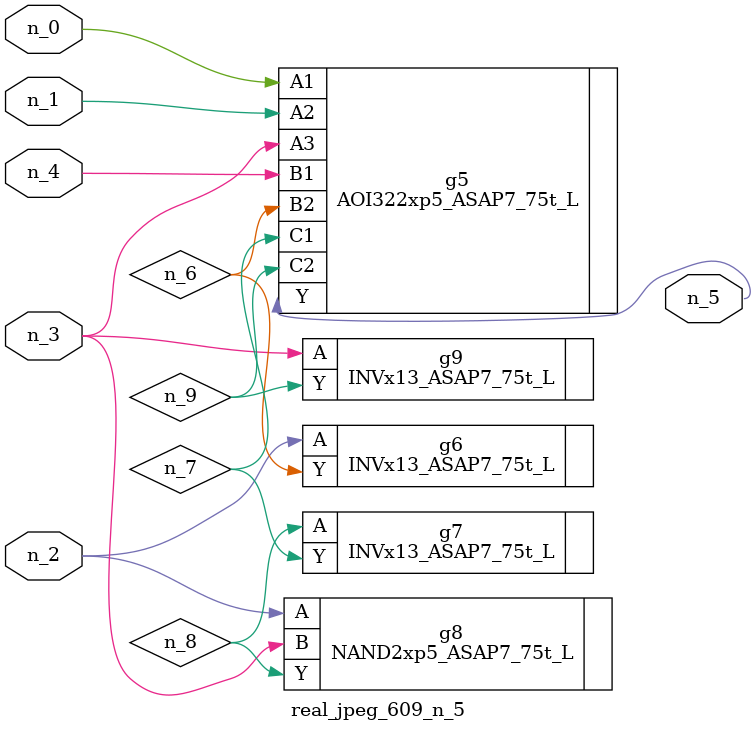
<source format=v>
module real_jpeg_609_n_5 (n_4, n_0, n_1, n_2, n_3, n_5);

input n_4;
input n_0;
input n_1;
input n_2;
input n_3;

output n_5;

wire n_8;
wire n_6;
wire n_7;
wire n_9;

AOI322xp5_ASAP7_75t_L g5 ( 
.A1(n_0),
.A2(n_1),
.A3(n_3),
.B1(n_4),
.B2(n_6),
.C1(n_7),
.C2(n_9),
.Y(n_5)
);

INVx13_ASAP7_75t_L g6 ( 
.A(n_2),
.Y(n_6)
);

NAND2xp5_ASAP7_75t_L g8 ( 
.A(n_2),
.B(n_3),
.Y(n_8)
);

INVx13_ASAP7_75t_L g9 ( 
.A(n_3),
.Y(n_9)
);

INVx13_ASAP7_75t_L g7 ( 
.A(n_8),
.Y(n_7)
);


endmodule
</source>
